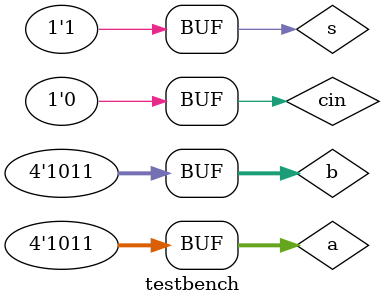
<source format=v>
`timescale 1ns/1ps;

module bit_FA(a,b,cin,out,cout);
    input wire a,b,cin;
    output reg out,cout;

    always @(*) begin
        {cout,out} = a + b + cin;
    end

endmodule

module bit4_FA(a,b,cin,out,cout,s);
    input wire [3:0] a,b;
    input wire cin,s;
    reg [3:0] b_val;
    output wire [3:0] out;
    output wire cout;

    wire [2:0] carry;

    always @(*) begin
        b_val = (s==0) ? b : ~b;
    end
    

    bit_FA uut1(a[0],b_val[0],(s==0)?cin:1'b1,out[0],carry[0]);
    bit_FA uut2(a[1],b_val[1],carry[0],out[1],carry[1]);
    bit_FA uut3(a[2],b_val[2],carry[1],out[2],carry[2]);
    bit_FA uut4(a[3],b_val[3],carry[2],out[3],cout);
endmodule

module testbench();
    reg [3:0] a,b;
    reg cin, s;
    wire [3:0] out;
    wire cout;

    bit4_FA uut(a,b,cin,out,cout,s);

    initial
        $monitor("time : %0t, a = %b, b = %b, cin = %b, s = %b , out = %b, cout = %b", $time,a,b,cin,s,out,cout);

    initial begin
        $display("addition");
        //addition
        a = 4'b0000; b = 4'b0000; cin = 1'b0; s = 1'b0;#5
        a = 4'b0000; b = 4'b0000; cin = 1'b1; s = 1'b0;#5;
        a = 4'b0001; b = 4'b0000; cin = 1'b0; s = 1'b0;#5;
        a = 4'b0011; b = 4'b0100; cin = 1'b1; s = 1'b0;#5;
        a = 4'b1100; b = 4'b1000; cin = 1'b0; s = 1'b0;#5;
        a = 4'b1100; b = 4'b1100; cin = 1'b1; s = 1'b0;#5;
        a = 4'b1010; b = 4'b1011; cin = 1'b0; s = 1'b0;#5;
        a = 4'b1011; b = 4'b1011; cin = 1'b1; s = 1'b0;#5;

        $display("subtraction");
        //subtraction
        a = 4'b0000; b = 4'b0000; cin = 1'b0; s = 1'b1;#5
        a = 4'b0000; b = 4'b0000; cin = 1'b0; s = 1'b1;#5;
        a = 4'b0001; b = 4'b0000; cin = 1'b0; s = 1'b1;#5;
        a = 4'b0011; b = 4'b0100; cin = 1'b0; s = 1'b1;#5;
        a = 4'b1100; b = 4'b1000; cin = 1'b0; s = 1'b1;#5;
        a = 4'b1100; b = 4'b1100; cin = 1'b0; s = 1'b1;#5;
        a = 4'b1010; b = 4'b1011; cin = 1'b0; s = 1'b1;#5;
        a = 4'b1011; b = 4'b1011; cin = 1'b0; s = 1'b1;#5;

    end

endmodule
</source>
